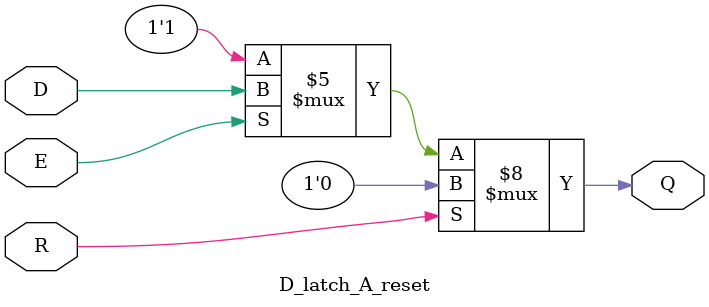
<source format=v>
`timescale 1ns / 1ps


module D_latch_A_reset(
    input D,
    input E,
    input R,
    output reg Q
    );
    
    always @ (E, D, R)begin 
 
        if(R == 1'b1) Q<=0;
        else if(E == 1'b1) Q<=D;
        else Q<=1'b1;
        
    end
    
endmodule

</source>
